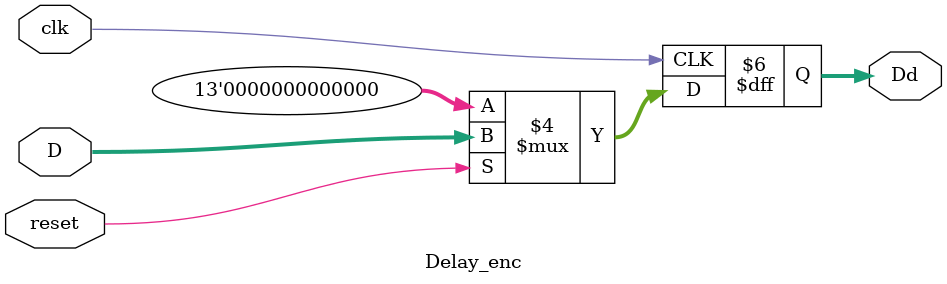
<source format=v>

`timescale	 1ps/1ps
module LDTU_EncoderTMR(
		       CLK_A,
		       CLK_B,
		       CLK_C,
		       reset_A,
		       reset_B,
		       reset_C,
		       Orbit,
		       fallback_A,
		       fallback_B,
		       fallback_C,
		       baseline_flag,
		       DATA_to_enc,
		       DATA_32,
		       Load,
		       DATA_32_FB,
		       Load_FB,
		       tmrError
		       );

   parameter SIZE=4;

   parameter Nbits_6=6;
   parameter Nbits_12=12;
   parameter Nbits_32=32;
   parameter code_sel_sign1=6'b001010;
   parameter code_sel_sign2=6'b001011;
   parameter code_sel_bas1=2'b01;
   parameter code_sel_bas2=2'b10;
   parameter sync=13'b0101010101010;
   parameter one=24'b000001000000000000000000;
   parameter two=18'b000010000000000000;
   parameter three=12'b000011000000;
   parameter four=6'b000100;
   parameter Initial=32'b11110000000000000000000000000000;
   parameter Initial_FB=32'b00000000000000000000000000000000;
   /////////////////////////////////////////////////////////////////
   //v1.2
   parameter header_synch  = 13'b1111000001111;
   parameter IDLE=5'b00000;
   parameter bas_0=5'b00001;
   parameter bas_1=5'b00010;
   parameter bas_2=5'b00011;
   parameter bas_3=5'b00100;
   parameter bas_4=5'b00101;
   parameter sign_0=5'b00110;
   parameter sign_1=5'b00111;
   parameter bas_0_bis=5'b01000;
   parameter bas_1_bis=5'b01001;
   parameter bas_2_bis=5'b01010;
   parameter bas_3_bis=5'b01011;
   parameter bas_4_bis=5'b01100;
   parameter sign_0_bis=5'b01101;
   parameter sign_1_bis=5'b01110;
   //////////////////////////////////////////////
   //Registers for orbits
   parameter bc0_0     = 5'b01111;
   parameter bc0_1     = 5'b10000;
   parameter bc0_2     = 5'b10001;
   parameter bc0_3     = 5'b10010;
   parameter bc0_4     = 5'b10011;
   parameter header    = 5'b10100;
   parameter header_b0 = 5'b10101;
   parameter bc0_s0    = 5'b10110;
   parameter header_s0 = 5'b10111;
   parameter bc0_s0_bis= 5'b11000;
   //////////////////////////////////////////////
   //FallBack
   parameter SIZE_FB=3;   
   
   parameter IDLE_FB=3'b000;
   parameter data_odd=3'b001;
   parameter latency1=3'b010;
   parameter data_even=3'b011;
   parameter latency2=3'b100;
   
   //////////////////////////////////////////////
   //PORTS
   input CLK_A;
   input CLK_B;
   input CLK_C;
   input reset_A;
   input reset_B;
   input reset_C;
   input Orbit;
   input fallback_A;
   input fallback_B;
   input fallback_C;
   input baseline_flag;
   input [Nbits_12:0] DATA_to_enc;
   output [Nbits_32-1:0] DATA_32;
   output 		 Load;
   output [Nbits_32-1:0] DATA_32_FB;
   output 		 Load_FB;
   output 		 tmrError;

   wire [1:0] 		 code_sel_bas;
   wire [5:0] 		 code_sel_sign;
   wire [Nbits_12:0] 	 dDATA_to_enc;


   reg [Nbits_6-1:0] 	 Ld_bas_1_A;
   reg [Nbits_6-1:0] 	 Ld_bas_1_B;
   reg [Nbits_6-1:0] 	 Ld_bas_1_C;
   reg [Nbits_6-1:0] 	 Ld_bas_2_A;
   reg [Nbits_6-1:0] 	 Ld_bas_2_B;
   reg [Nbits_6-1:0] 	 Ld_bas_2_C;
   reg [Nbits_6-1:0] 	 Ld_bas_3_A;
   reg [Nbits_6-1:0] 	 Ld_bas_3_B;
   reg [Nbits_6-1:0] 	 Ld_bas_3_C;
   reg [Nbits_6-1:0] 	 Ld_bas_4_A;
   reg [Nbits_6-1:0] 	 Ld_bas_4_B;
   reg [Nbits_6-1:0] 	 Ld_bas_4_C;
   reg [Nbits_6-1:0] 	 Ld_bas_5_A;
   reg [Nbits_6-1:0] 	 Ld_bas_5_B;
   reg [Nbits_6-1:0] 	 Ld_bas_5_C;
   reg [Nbits_12:0] 	 Ld_sign_1_A;
   reg [Nbits_12:0] 	 Ld_sign_1_B;
   reg [Nbits_12:0] 	 Ld_sign_1_C;
   reg [Nbits_12:0] 	 Ld_sign_2_A;
   reg [Nbits_12:0] 	 Ld_sign_2_B;
   reg [Nbits_12:0] 	 Ld_sign_2_C;
   reg [Nbits_32-1:0] 	 DATA_32_A;
   reg [Nbits_32-1:0] 	 DATA_32_B;
   reg [Nbits_32-1:0] 	 DATA_32_C;
   reg 			 Load_A;
   reg 			 Load_B;
   reg 			 Load_C;
   wire [SIZE:0] 	 Current_state_C;
   wire [SIZE:0] 	 Current_state_B;
   wire [SIZE:0] 	 Current_state_A;
   wire [Nbits_12:0] 	 dDATA_to_enc_C;
   wire [Nbits_12:0] 	 dDATA_to_enc_B;
   wire [Nbits_12:0] 	 dDATA_to_enc_A;
   wor 			 LoadTmrError;
   wor 			 DATA_32TmrError;
   wire 		 fsm_TmrError;

   reg [Nbits_12:0] 	 Ld_sign_FB_A;
   reg [Nbits_12:0] 	 Ld_sign_FB_B;
   reg [Nbits_12:0] 	 Ld_sign_FB_C;
   reg [Nbits_32-1:0] 	 DATA_32_FB_A;
   reg [Nbits_32-1:0] 	 DATA_32_FB_B;
   reg [Nbits_32-1:0] 	 DATA_32_FB_C;
   reg 			 Load_FB_A;
   reg 			 Load_FB_B;
   reg 			 Load_FB_C;
   wire [SIZE_FB:0] 	 Current_state_FB_C;
   wire [SIZE_FB:0] 	 Current_state_FB_B;
   wire [SIZE_FB:0] 	 Current_state_FB_A;
   wor 			 LoadTmrError_FB;
   wor 			 DATA_32TmrError_FB;
   wire 		 fsm_TmrError_FB;

   Delay_enc delay_A (CLK_A, reset_A, DATA_to_enc, dDATA_to_enc_A);
   Delay_enc delay_B (CLK_B, reset_B, DATA_to_enc, dDATA_to_enc_B);
   Delay_enc delay_C (CLK_C, reset_C, DATA_to_enc, dDATA_to_enc_C);

   LDTU_FSMTMR fsm(.CLK_A(CLK_A), .CLK_B(CLK_B), .CLK_C(CLK_C), .reset_A(reset_A), .reset_B(reset_B), .reset_C(reset_C), .baseline_flag(baseline_flag),.Orbit(Orbit),.fallback_A(fallback_A),.fallback_B(fallback_B),.fallback_C(fallback_C),
		   .Current_state_A(Current_state_A), .Current_state_B(Current_state_B), .Current_state_C(Current_state_C), 
		   .Current_state_FB_A(Current_state_FB_A),.Current_state_FB_B(Current_state_FB_B),.Current_state_FB_C(Current_state_FB_C),
		   .tmrError(fsm_TmrError),.tmrError_FB(fsm_TmrError_FB));

   assign code_sel_bas = (baseline_flag==1'b1) ? code_sel_bas1 : code_sel_bas2;
   assign code_sel_sign = (baseline_flag==1'b0) ? code_sel_sign1 : code_sel_sign2;



   always @( posedge CLK_A )
     begin : FSM_seq_outputA
	if (reset_A==1'b0 || fallback_A==1'b1)
	  begin
	     Ld_bas_1_A <= 6'b0;
	     Ld_bas_2_A <= 6'b0;
	     Ld_bas_3_A <= 6'b0;
	     Ld_bas_4_A <= 6'b0;
	     Ld_bas_5_A <= 6'b0;
	     Ld_sign_1_A <= 13'b0;
	     Ld_sign_2_A <= 13'b0;
	     Load_A <= 1'b0;
	     DATA_32_A <= Initial;
end
	else
	  begin
       	     case (Current_state_A)
       	       bc0_0 : //close previous baseline
       		 begin
       		    Load_A <= 1'b1;
       		    DATA_32_A <= {code_sel_bas2,one,Ld_bas_1_A};
       		    Ld_sign_1_A <= dDATA_to_enc_A ;
       		 end 
	       
       	       bc0_1 : //close previous baseline
       		 begin
       		    Load_A <= 1'b1;
       		    DATA_32_A <= {code_sel_bas2,two,Ld_bas_2_A,Ld_bas_1_A};
                    Ld_sign_1_A <= dDATA_to_enc_A;
       	    	 end
	       
       	       bc0_2 : //close previous baseline
       		 begin
       		    Load_A <= 1'b1;
       		    DATA_32_A <= {code_sel_bas2,three,Ld_bas_3_A,Ld_bas_2_A,Ld_bas_1_A};
                    Ld_sign_1_A <= dDATA_to_enc_A;
       	    	 end
	       
       	       bc0_3 : //close previous baseline
       		 begin
       		    Load_A <= 1'b1;
                    DATA_32_A <= {code_sel_bas2,four,Ld_bas_4_A,Ld_bas_3_A,Ld_bas_2_A,Ld_bas_1_A};
                    Ld_sign_1_A<= dDATA_to_enc_A;
       	    	 end
	       
       	       bc0_4 : //close previous baseline
       		 begin
       		    Load_A <= 1'b1;
                    DATA_32_A <= {code_sel_bas1,Ld_bas_5_A,Ld_bas_4_A,Ld_bas_3_A,Ld_bas_2_A,Ld_bas_1_A};
                    Ld_sign_1_A<= dDATA_to_enc_A;
       	    	 end
	       
       	       bc0_s0 : //Close previous signal
       		 begin
       		    Load_A <= 1'b1;
       		    DATA_32_A <= {code_sel_sign1,Ld_sign_2_A,Ld_sign_1_A};
       		    Ld_sign_1_A <= dDATA_to_enc_A;
       		 end
	       
       	       bc0_s0_bis : // BC0 with signal
       		 begin
       		    Load_A <= 1'b1;
       		    DATA_32_A <= {code_sel_sign2,sync,Ld_sign_1_A};
       		    Ld_sign_1_A <= dDATA_to_enc_A;
       		 end  
	       
       	       
       	       header_s0 : // BC0 with signal
       		 begin
       		    Load_A <= 1'b1;
       		    DATA_32_A <= {code_sel_sign2,header_synch,Ld_sign_1_A};
       		    Ld_bas_1_A <= dDATA_to_enc_A;
       		    Ld_sign_1_A <= dDATA_to_enc_A;
       		 end
	       
	       
       	       header : // go  back normal stream
       		 begin
       		    Load_A <= 1'b1;
       		    DATA_32_A <= {code_sel_sign2,header_synch,Ld_sign_1_A};
       		    Ld_bas_1_A <= dDATA_to_enc_A;
       		    Ld_sign_1_A <= dDATA_to_enc_A;
       	 	 end
	       
               header_b0 : // go back to normal stream
       		 begin
       		    Load_A <= 1'b1;
       		    DATA_32_A <= {code_sel_sign2,header_synch,Ld_sign_1_A};
       		    Ld_bas_1_A <= dDATA_to_enc_A[Nbits_6-1:0] ;
       		    Ld_sign_1_A <= dDATA_to_enc_A;
		 end
	       
	       IDLE : 
		 begin
		    Load_A <= 1'b0;
		    DATA_32_A <= Initial;
end
	       bas_0 : 
		 begin
		    Load_A <= 1'b0;
		    Ld_bas_2_A <= dDATA_to_enc_A[Nbits_6-1:0] ;
		 end
	       bas_0_bis : 
		 begin
		    Load_A <= 1'b1;
		    DATA_32_A <= {code_sel_bas2,one,Ld_bas_1_A};
		    Ld_sign_1_A <= dDATA_to_enc_A;
		 end
	       bas_1 : 
		 begin
		    Load_A <= 1'b0;
		    Ld_bas_3_A <= dDATA_to_enc_A[Nbits_6-1:0] ;
		 end
	       bas_1_bis : 
		 begin
		    Load_A <= 1'b1;
		    DATA_32_A <= {code_sel_bas2,two,Ld_bas_2_A,Ld_bas_1_A};
		    Ld_sign_1_A <= dDATA_to_enc_A;
		 end
	       bas_2 : 
		 begin
		    Load_A <= 1'b0;
		    Ld_bas_4_A <= dDATA_to_enc_A[Nbits_6-1:0] ;
		 end
	       bas_2_bis : 
		 begin
		    Load_A <= 1'b1;
		    DATA_32_A <= {code_sel_bas2,three,Ld_bas_3_A,Ld_bas_2_A,Ld_bas_1_A};
		    Ld_sign_1_A <= dDATA_to_enc_A;
		 end
	       bas_3 : 
		 begin
		    Load_A <= 1'b0;
		    Ld_bas_5_A <= dDATA_to_enc_A[Nbits_6-1:0] ;
		 end
	       bas_3_bis : 
		 begin
		    Load_A <= 1'b1;
		    DATA_32_A <= {code_sel_bas2,four,Ld_bas_4_A,Ld_bas_3_A,Ld_bas_2_A,Ld_bas_1_A};
		    Ld_sign_1_A <= dDATA_to_enc_A;
		 end
	       bas_4 : 
		 begin
		    Load_A <= 1'b1;
		    DATA_32_A <= {code_sel_bas1,Ld_bas_5_A,Ld_bas_4_A,Ld_bas_3_A,Ld_bas_2_A,Ld_bas_1_A};
		    Ld_bas_1_A <= dDATA_to_enc_A[Nbits_6-1:0] ;
		 end
	       bas_4_bis : 
		 begin
		    Load_A <= 1'b1;
		    DATA_32_A <= {code_sel_bas1,Ld_bas_5_A,Ld_bas_4_A,Ld_bas_3_A,Ld_bas_2_A,Ld_bas_1_A};
		    Ld_sign_1_A <= dDATA_to_enc_A;
		 end
	       sign_0 : 
		 begin
		    Load_A <= 1'b0;
		    Ld_sign_2_A <= dDATA_to_enc_A;
		 end
	       sign_0_bis : 
		 begin
		    Load_A <= 1'b1;
		    DATA_32_A <= {code_sel_sign2,sync,Ld_sign_1_A};
		    Ld_bas_1_A <= dDATA_to_enc_A[Nbits_6-1:0] ;
		 end
	       sign_1 : 
		 begin
		    Load_A <= 1'b1;
		    DATA_32_A <= {code_sel_sign1,Ld_sign_2_A,Ld_sign_1_A};
		    Ld_sign_1_A <= dDATA_to_enc_A;
		 end
	       sign_1_bis : 
		 begin
		    Load_A <= 1'b1;
		    DATA_32_A <= {code_sel_sign1,Ld_sign_2_A,Ld_sign_1_A};
		    Ld_bas_1_A <= dDATA_to_enc_A[Nbits_6-1:0] ;
		 end
	       default : 
		 begin
		    Load_A <= 1'b0;
		    DATA_32_A <= Initial;
end
	     endcase
	  end
     end


   always @( posedge CLK_B )
     begin : FSM_seq_outputB
	if (reset_B==1'b0 || fallback_B==1'b1)
	  begin
	     Ld_bas_1_B <= 6'b0;
	     Ld_bas_2_B <= 6'b0;
	     Ld_bas_3_B <= 6'b0;
	     Ld_bas_4_B <= 6'b0;
	     Ld_bas_5_B <= 6'b0;
	     Ld_sign_1_B <= 13'b0;
	     Ld_sign_2_B <= 13'b0;
	     Load_B <= 1'b0;
	     DATA_32_B <= Initial;
end
	else
	  begin
	     case (Current_state_B)
	       bc0_0 :
		 begin
		    Load_B <= 1'b1;
		    DATA_32_B <= {code_sel_bas2,one,Ld_bas_1_B};
		    Ld_sign_1_B <= dDATA_to_enc_B ;
	    	 end 

	       bc0_1 :
		 begin
		    Load_B <= 1'b1;
		    DATA_32_B <= {code_sel_bas2,two,Ld_bas_2_B,Ld_bas_1_B};
                    Ld_sign_1_B <= dDATA_to_enc_B;
	    	 end

	       bc0_2 :
		 begin
		    Load_B <= 1'b1;
		    DATA_32_B <= {code_sel_bas2,three,Ld_bas_3_B,Ld_bas_2_B,Ld_bas_1_B};
                    Ld_sign_1_B <= dDATA_to_enc_B;
	    	 end

	       bc0_3 :
		 begin
		    Load_B <= 1'b1;
                    DATA_32_B <= {code_sel_bas2,four,Ld_bas_4_B,Ld_bas_3_B,Ld_bas_2_B,Ld_bas_1_B};
                    Ld_sign_1_B<= dDATA_to_enc_B;
	    	 end

	       bc0_4 :
		 begin
		    Load_B <= 1'b1;
                    DATA_32_B <= {code_sel_bas1,Ld_bas_5_B,Ld_bas_4_B,Ld_bas_3_B,Ld_bas_2_B,Ld_bas_1_B};
                    Ld_sign_1_B<= dDATA_to_enc_B;
	    	 end

	       bc0_s0 : 
		 begin
		    Load_B <= 1'b1;
		    DATA_32_B <= {code_sel_sign1,Ld_sign_2_B,Ld_sign_1_B};
		    Ld_sign_1_B <= dDATA_to_enc_B;
		 end


	       bc0_s0_bis : // BC0 with signal
		 begin
		    Load_B <= 1'b1;
		    DATA_32_B <= {code_sel_sign2,sync,Ld_sign_1_B};
		    Ld_sign_1_B <= dDATA_to_enc_B;
		 end  
	       
	       header :
		 begin
		    Load_B <= 1'b1;
		    DATA_32_B <= {code_sel_sign2,header_synch,Ld_sign_1_B};
		    Ld_bas_1_B <= dDATA_to_enc_B;
                    Ld_sign_1_B <= dDATA_to_enc_B;
		 end

	       header_b0 :
		 begin
		    Load_B <= 1'b1;
		    DATA_32_B <= {code_sel_sign2,header_synch,Ld_sign_1_B};
		    Ld_bas_1_B <= dDATA_to_enc_B[Nbits_6-1:0] ;
		    Ld_sign_1_B <= dDATA_to_enc_B;
		 end

	       header_s0 : //go back to signal
		 begin
		    Load_B <= 1'b1;
		    DATA_32_B <= {code_sel_sign2,header_synch,Ld_sign_1_B};
		    Ld_bas_1_B <= dDATA_to_enc_B;
		    Ld_sign_1_B <= dDATA_to_enc_B;
		 end

	       IDLE : 
		 begin
		    Load_B <= 1'b0;
		    DATA_32_B <= Initial;
end
	       bas_0 : 
		 begin
		    Load_B <= 1'b0;
		    Ld_bas_2_B <= dDATA_to_enc_B[Nbits_6-1:0] ;
		 end
	       bas_0_bis : 
		 begin
		    Load_B <= 1'b1;
		    DATA_32_B <= {code_sel_bas2,one,Ld_bas_1_B};
		    Ld_sign_1_B <= dDATA_to_enc_B;
		 end
	       bas_1 : 
		 begin
		    Load_B <= 1'b0;
		    Ld_bas_3_B <= dDATA_to_enc_B[Nbits_6-1:0] ;
		 end
	       bas_1_bis : 
		 begin
		    Load_B <= 1'b1;
		    DATA_32_B <= {code_sel_bas2,two,Ld_bas_2_B,Ld_bas_1_B};
		    Ld_sign_1_B <= dDATA_to_enc_B;
		 end
	       bas_2 : 
		 begin
		    Load_B <= 1'b0;
		    Ld_bas_4_B <= dDATA_to_enc_B[Nbits_6-1:0] ;
		 end
	       bas_2_bis : 
		 begin
		    Load_B <= 1'b1;
		    DATA_32_B <= {code_sel_bas2,three,Ld_bas_3_B,Ld_bas_2_B,Ld_bas_1_B};
		    Ld_sign_1_B <= dDATA_to_enc_B;
		 end
	       bas_3 : 
		 begin
		    Load_B <= 1'b0;
		    Ld_bas_5_B <= dDATA_to_enc_B[Nbits_6-1:0] ;
		 end
	       bas_3_bis : 
		 begin
		    Load_B <= 1'b1;
		    DATA_32_B <= {code_sel_bas2,four,Ld_bas_4_B,Ld_bas_3_B,Ld_bas_2_B,Ld_bas_1_B};
		    Ld_sign_1_B <= dDATA_to_enc_B;
		 end
	       bas_4 : 
		 begin
		    Load_B <= 1'b1;
		    DATA_32_B <= {code_sel_bas1,Ld_bas_5_B,Ld_bas_4_B,Ld_bas_3_B,Ld_bas_2_B,Ld_bas_1_B};
		    Ld_bas_1_B <= dDATA_to_enc_B[Nbits_6-1:0] ;
		 end
	       bas_4_bis : 
		 begin
		    Load_B <= 1'b1;
		    DATA_32_B <= {code_sel_bas1,Ld_bas_5_B,Ld_bas_4_B,Ld_bas_3_B,Ld_bas_2_B,Ld_bas_1_B};
		    Ld_sign_1_B <= dDATA_to_enc_B;
		 end
	       sign_0 : 
		 begin
		    Load_B <= 1'b0;
		    Ld_sign_2_B <= dDATA_to_enc_B;
		 end
	       sign_0_bis : 
		 begin
		    Load_B <= 1'b1;
		    DATA_32_B <= {code_sel_sign2,sync,Ld_sign_1_B};
		    Ld_bas_1_B <= dDATA_to_enc_B[Nbits_6-1:0] ;
		 end
	       sign_1 : 
		 begin
		    Load_B <= 1'b1;
		    DATA_32_B <= {code_sel_sign1,Ld_sign_2_B,Ld_sign_1_B};
		    Ld_sign_1_B <= dDATA_to_enc_B;
		 end
	       sign_1_bis : 
		 begin
		    Load_B <= 1'b1;
		    DATA_32_B <= {code_sel_sign1,Ld_sign_2_B,Ld_sign_1_B};
		    Ld_bas_1_B <= dDATA_to_enc_B[Nbits_6-1:0] ;
		 end
	       default : 
		 begin
		    Load_B <= 1'b0;
		    DATA_32_B <= Initial;
end
	     endcase
	  end
     end


   always @( posedge CLK_C )
     begin : FSM_seq_outputC
	if (reset_C==1'b0 || fallback_C==1'b1)
	  begin
	     Ld_bas_1_C <= 6'b0;
	     Ld_bas_2_C <= 6'b0;
	     Ld_bas_3_C <= 6'b0;
	     Ld_bas_4_C <= 6'b0;
	     Ld_bas_5_C <= 6'b0;
	     Ld_sign_1_C <= 13'b0;
	     Ld_sign_2_C <= 13'b0;
	     Load_C <= 1'b0;
	     DATA_32_C <= Initial;
end
	else
	  begin
	     case (Current_state_C)
	       bc0_0 :
		 begin
		    Load_C <= 1'b1;
		    DATA_32_C <= {code_sel_bas2,one,Ld_bas_1_C};
		    Ld_sign_1_C <= dDATA_to_enc_C ;
	    	 end 

	       bc0_1 :
		 begin
		    Load_C <= 1'b1;
		    DATA_32_C <= {code_sel_bas2,two,Ld_bas_2_C,Ld_bas_1_C};
                    Ld_sign_1_C <= dDATA_to_enc_C;
	    	 end

	       bc0_2 :
		 begin
		    Load_C <= 1'b1;
		    DATA_32_C <= {code_sel_bas2,three,Ld_bas_3_C,Ld_bas_2_C,Ld_bas_1_C};
                    Ld_sign_1_C <= dDATA_to_enc_C;
	    	 end

	       bc0_3 :
		 begin
		    Load_C <= 1'b1;
                    DATA_32_C <= {code_sel_bas2,four,Ld_bas_4_C,Ld_bas_3_C,Ld_bas_2_C,Ld_bas_1_C};
                    Ld_sign_1_C<= dDATA_to_enc_C;
	    	 end

	       bc0_4 :
		 begin
		    Load_C <= 1'b1;
                    DATA_32_C <= {code_sel_bas1,Ld_bas_5_C,Ld_bas_4_C,Ld_bas_3_C,Ld_bas_2_C,Ld_bas_1_C};
                    Ld_sign_1_C<= dDATA_to_enc_C;
	    	 end

	       bc0_s0 : 
		 begin
		    Load_C <= 1'b1;
		    DATA_32_C <= {code_sel_sign1,Ld_sign_2_C,Ld_sign_1_C};
		    Ld_sign_1_C <= dDATA_to_enc_C;
		 end
	       
	       bc0_s0_bis : // BC0 with signal
		 begin
		    Load_C <= 1'b1;
		    DATA_32_C <= {code_sel_sign2,sync,Ld_sign_1_C};
		    Ld_sign_1_C <= dDATA_to_enc_C;
		 end	       
	       
	       header :
		 begin
		    Load_C <= 1'b1;
		    DATA_32_C <= {code_sel_sign2,header_synch,Ld_sign_1_C};
		    Ld_bas_1_C <= dDATA_to_enc_C;
		    Ld_sign_1_C <= dDATA_to_enc_C;

		 end

	       header_b0 :
		 begin
		    Load_C <= 1'b1;
		    DATA_32_C <= {code_sel_sign2,header_synch,Ld_sign_1_C};
		    Ld_bas_1_C <= dDATA_to_enc_C[Nbits_6-1:0] ;
		    Ld_sign_1_C <= dDATA_to_enc_C;

		 end


	       header_s0 :
		 begin
		    Load_C <= 1'b1;
		    DATA_32_C <= {code_sel_sign2,header_synch,Ld_sign_1_C};
		    Ld_bas_1_C <= dDATA_to_enc_C[Nbits_6-1:0] ;
		    Ld_sign_1_C <= dDATA_to_enc_C;

		 end

	       
	       IDLE : 
		 begin
		    Load_C <= 1'b0;
		    DATA_32_C <= Initial;
end
	       bas_0 : 
		 begin
		    Load_C <= 1'b0;
		    Ld_bas_2_C <= dDATA_to_enc_C[Nbits_6-1:0] ;
		 end
	       bas_0_bis : 
		 begin
		    Load_C <= 1'b1;
		    DATA_32_C <= {code_sel_bas2,one,Ld_bas_1_C};
		    Ld_sign_1_C <= dDATA_to_enc_C;
		 end
	       bas_1 : 
		 begin
		    Load_C <= 1'b0;
		    Ld_bas_3_C <= dDATA_to_enc_C[Nbits_6-1:0] ;
		 end
	       bas_1_bis : 
		 begin
		    Load_C <= 1'b1;
		    DATA_32_C <= {code_sel_bas2,two,Ld_bas_2_C,Ld_bas_1_C};
		    Ld_sign_1_C <= dDATA_to_enc_C;
		 end
	       bas_2 : 
		 begin
		    Load_C <= 1'b0;
		    Ld_bas_4_C <= dDATA_to_enc_C[Nbits_6-1:0] ;
		 end
	       bas_2_bis : 
		 begin
		    Load_C <= 1'b1;
		    DATA_32_C <= {code_sel_bas2,three,Ld_bas_3_C,Ld_bas_2_C,Ld_bas_1_C};
		    Ld_sign_1_C <= dDATA_to_enc_C;
		 end
	       bas_3 : 
		 begin
		    Load_C <= 1'b0;
		    Ld_bas_5_C <= dDATA_to_enc_C[Nbits_6-1:0] ;
		 end
	       bas_3_bis : 
		 begin
		    Load_C <= 1'b1;
		    DATA_32_C <= {code_sel_bas2,four,Ld_bas_4_C,Ld_bas_3_C,Ld_bas_2_C,Ld_bas_1_C};
		    Ld_sign_1_C <= dDATA_to_enc_C;
		 end
	       bas_4 : 
		 begin
		    Load_C <= 1'b1;
		    DATA_32_C <= {code_sel_bas1,Ld_bas_5_C,Ld_bas_4_C,Ld_bas_3_C,Ld_bas_2_C,Ld_bas_1_C};
		    Ld_bas_1_C <= dDATA_to_enc_C[Nbits_6-1:0] ;
		 end
	       bas_4_bis : 
		 begin
		    Load_C <= 1'b1;
		    DATA_32_C <= {code_sel_bas1,Ld_bas_5_C,Ld_bas_4_C,Ld_bas_3_C,Ld_bas_2_C,Ld_bas_1_C};
		    Ld_sign_1_C <= dDATA_to_enc_C;
		 end
	       sign_0 : 
		 begin
		    Load_C <= 1'b0;
		    Ld_sign_2_C <= dDATA_to_enc_C;
		 end
	       sign_0_bis : 
		 begin
		    Load_C <= 1'b1;
		    DATA_32_C <= {code_sel_sign2,sync,Ld_sign_1_C};
		    Ld_bas_1_C <= dDATA_to_enc_C[Nbits_6-1:0] ;
		 end
	       sign_1 : 
		 begin
		    Load_C <= 1'b1;
		    DATA_32_C <= {code_sel_sign1,Ld_sign_2_C,Ld_sign_1_C};
		    Ld_sign_1_C <= dDATA_to_enc_C;
		 end
	       sign_1_bis : 
		 begin
		    Load_C <= 1'b1;
		    DATA_32_C <= {code_sel_sign1,Ld_sign_2_C,Ld_sign_1_C};
		    Ld_bas_1_C <= dDATA_to_enc_C[Nbits_6-1:0] ;
		 end
	       default : 
		 begin
		    Load_C <= 1'b0;
		    DATA_32_C <= Initial;
end
	     endcase
	  end
     end



   always @( posedge CLK_A )
     begin : FSM_seq_output_FB_A
	if (reset_A==1'b0 || fallback_A==1'b0)
	  begin
	     Load_FB_A <= 1'b0;
	     DATA_32_FB_A <= Initial;
             Ld_sign_FB_A<=13'b0;
         end
	else
	  begin
       	     case (Current_state_FB_A)
       	       data_odd : //close previous baseline
       		 begin
       		    Load_FB_A <= 1'b0;
       		    Ld_sign_FB_A <= dDATA_to_enc_A;
       		 end 
	       latency1 :
		 begin
		    Load_FB_A <=1'b0;
		 end
	       data_even :
		 begin
		    Load_FB_A<=1'b1;
	            DATA_32_FB_A <= {2'b11,2'b11, ~^dDATA_to_enc_A, ~^Ld_sign_FB_A, dDATA_to_enc_A, Ld_sign_FB_A};
		 end

	       latency2 :
		 begin
		    Load_FB_A <=1'b0;
		 end
	       
	       default :
		 begin
		    Load_FB_A <= 1'b0;		    
		    DATA_32_FB_A <= Initial;
   
end
	     endcase // case (Current_state_A)
	  end // else: !if(reset_A==1'b0 || fallback_A==1'b0)
     end // block: FSM_seq_output_FB_A
   
   
   always @( posedge CLK_B )
     begin : FSM_seq_output_FB_B
	if (reset_B==1'b0 || fallback_B==1'b0)
	  begin
	     Load_FB_B <= 1'b0;
	     DATA_32_FB_B <= Initial;
   Ld_sign_FB_B<=13'b0;
end
	else
	  begin
       	     case (Current_state_FB_B)
       	       data_odd : //close previous baseline
       		 begin
       		    Load_FB_B <= 1'b0;
       		    Ld_sign_FB_B <= dDATA_to_enc_B;
       		 end 
	       latency1 :
		 begin
		    Load_FB_B <=1'b0;

		 end
	       data_even :
		 begin
		    Load_FB_B<=1'b1;
	            DATA_32_FB_B <= {2'b11,2'b11, ~^dDATA_to_enc_B, ~^Ld_sign_FB_B, dDATA_to_enc_B, Ld_sign_FB_B};
		 end
	       latency2 :
		 begin
		    Load_FB_B <=1'b0;
		 end
	       default :
		 begin
		    Load_FB_B <= 1'b0;		    
		    DATA_32_FB_B <= Initial;
   
end
	     endcase // case (Current_state_B)
	  end // else: !if(reset_B==1'b0 || fallback_B==1'b0)
     end // block: FSM_seq_output_FB_B


   always @( posedge CLK_C )
     begin : FSM_seq_output_FB_C
	if (reset_C==1'b0 || fallback_C==1'b0)
	  begin
	     Load_FB_C <= 1'b0;
	     DATA_32_FB_C <= Initial;
   Ld_sign_FB_C<=13'b0;   
end
	else
	  begin
       	     case (Current_state_FB_C)
       	       data_odd : //close previous baseline
       		 begin
       		    Load_FB_C <= 1'b0;
       		    Ld_sign_FB_C <= dDATA_to_enc_C;

       		 end 
	       latency1 :
		 begin
		    Load_FB_C <=1'b0;
		 end
	       data_even :
		 begin
		    Load_FB_C<=1'b1;
	            DATA_32_FB_C <= {2'b11,2'b11, ~^dDATA_to_enc_C, ~^Ld_sign_FB_C, dDATA_to_enc_C, Ld_sign_FB_C};
		 end
	       latency2 :
		 begin
		    Load_FB_C <=1'b0;
		 end
	       default :
		 begin
		    Load_FB_C <= 1'b0;		    
		    DATA_32_FB_C <= Initial;
   
end
	     endcase // case (Current_state_C)
	  end // else: !if(reset_C==1'b0 || fallback_C==1'b0)
     end // block: FSM_seq_output_FB_C


   
   majorityVoter LoadVoter (
			    .inA(Load_A),
			    .inB(Load_B),
			    .inC(Load_C),
			    .out(Load),
			    .tmrErr(LoadTmrError)
			    );


   majorityVoter LoadVoter_FB (
			       .inA(Load_FB_A),
			       .inB(Load_FB_B),
			       .inC(Load_FB_C),
			       .out(Load_FB),
			       .tmrErr(LoadTmrError_FB)
			       );

   majorityVoter #(.WIDTH(((Nbits_32-1)>(0)) ? ((Nbits_32-1)-(0)+1) : ((0)-(Nbits_32-1)+1))) DATA_32Voter (
													   .inA(DATA_32_A),
													   .inB(DATA_32_B),
													   .inC(DATA_32_C),
													   .out(DATA_32),
													   .tmrErr(DATA_32TmrError)
													   );
   



   majorityVoter #(.WIDTH(((Nbits_32-1)>(0)) ? ((Nbits_32-1)-(0)+1) : ((0)-(Nbits_32-1)+1))) DATA_32Voter_FB (
													      .inA(DATA_32_FB_A),
													      .inB(DATA_32_FB_B),
													      .inC(DATA_32_FB_C),
													      .out(DATA_32_FB),
													      .tmrErr(DATA_32TmrError_FB)
													      );


   assign tmrError = LoadTmrError | DATA_32TmrError | fsm_TmrError | LoadTmrError_FB | DATA_32TmrError_FB | fsm_TmrError_FB;



endmodule

module Delay_enc (clk, reset, D, Dd);
   // input
   input clk, reset;
   input [12:0] D;
   // output
   output reg [12:0] Dd;

   always @ (posedge clk) begin
      if (reset == 1'b0)
	Dd <= 13'b0;
      else
	Dd <= D;
   end	
endmodule // Delay_enc

</source>
